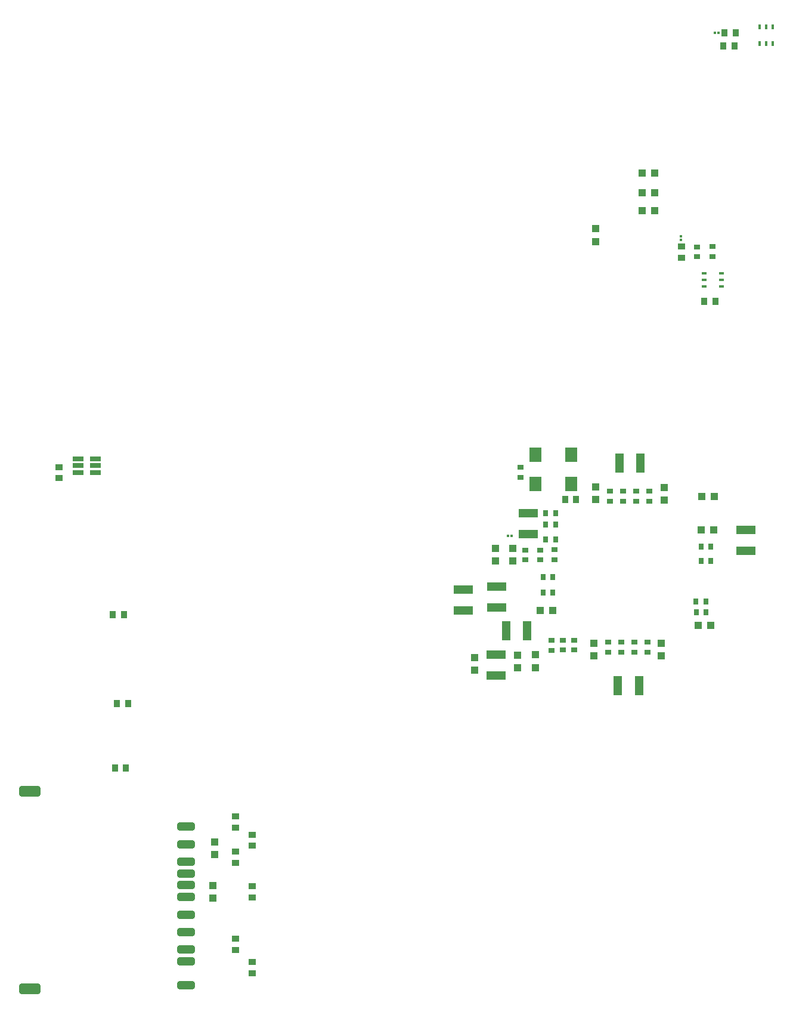
<source format=gbp>
G04 Layer_Color=128*
%FSLAX44Y44*%
%MOMM*%
G71*
G01*
G75*
%ADD12R,1.1000X1.1000*%
%ADD17R,1.0000X0.9000*%
%ADD19R,0.9000X0.7000*%
%ADD20R,0.9000X1.0000*%
%ADD26R,1.1000X1.1000*%
%ADD33R,0.7000X0.9000*%
%ADD36R,0.7000X0.4500*%
%ADD37R,0.3000X0.3000*%
%ADD38R,1.8000X2.0000*%
%ADD78R,1.1500X2.7000*%
%ADD79R,2.7000X1.1500*%
%ADD80R,0.3000X0.3000*%
%ADD81R,0.4500X0.7000*%
G04:AMPARAMS|DCode=82|XSize=1.524mm|YSize=3.048mm|CornerRadius=0.381mm|HoleSize=0mm|Usage=FLASHONLY|Rotation=270.000|XOffset=0mm|YOffset=0mm|HoleType=Round|Shape=RoundedRectangle|*
%AMROUNDEDRECTD82*
21,1,1.5240,2.2860,0,0,270.0*
21,1,0.7620,3.0480,0,0,270.0*
1,1,0.7620,-1.1430,-0.3810*
1,1,0.7620,-1.1430,0.3810*
1,1,0.7620,1.1430,0.3810*
1,1,0.7620,1.1430,-0.3810*
%
%ADD82ROUNDEDRECTD82*%
G04:AMPARAMS|DCode=83|XSize=1.16mm|YSize=2.5mm|CornerRadius=0.29mm|HoleSize=0mm|Usage=FLASHONLY|Rotation=270.000|XOffset=0mm|YOffset=0mm|HoleType=Round|Shape=RoundedRectangle|*
%AMROUNDEDRECTD83*
21,1,1.1600,1.9200,0,0,270.0*
21,1,0.5800,2.5000,0,0,270.0*
1,1,0.5800,-0.9600,-0.2900*
1,1,0.5800,-0.9600,0.2900*
1,1,0.5800,0.9600,0.2900*
1,1,0.5800,0.9600,-0.2900*
%
%ADD83ROUNDEDRECTD83*%
%ADD84R,1.6000X0.6500*%
D12*
X800750Y489250D02*
D03*
Y471250D02*
D03*
X775500Y489000D02*
D03*
Y471000D02*
D03*
X345750Y206000D02*
D03*
Y224000D02*
D03*
X343250Y143750D02*
D03*
Y161750D02*
D03*
X886250Y1093750D02*
D03*
Y1075750D02*
D03*
X886250Y709250D02*
D03*
Y727250D02*
D03*
X983750Y708750D02*
D03*
Y726750D02*
D03*
X744250Y640500D02*
D03*
Y622500D02*
D03*
X769000Y640500D02*
D03*
Y622500D02*
D03*
X884000Y505500D02*
D03*
Y487500D02*
D03*
X979250Y505500D02*
D03*
Y487500D02*
D03*
X714750Y485250D02*
D03*
Y467250D02*
D03*
D17*
X1008750Y1052250D02*
D03*
Y1068250D02*
D03*
X398500Y144750D02*
D03*
Y160750D02*
D03*
X375250Y70750D02*
D03*
Y86750D02*
D03*
X398500Y53750D02*
D03*
Y37750D02*
D03*
X375249Y193750D02*
D03*
Y209750D02*
D03*
X398500Y218250D02*
D03*
Y234250D02*
D03*
X375250Y244250D02*
D03*
Y260250D02*
D03*
X124750Y755750D02*
D03*
Y739750D02*
D03*
D19*
X856000Y510000D02*
D03*
Y496000D02*
D03*
X840000Y510000D02*
D03*
Y496000D02*
D03*
X824000Y509750D02*
D03*
Y495750D02*
D03*
X1052750Y1054500D02*
D03*
Y1068500D02*
D03*
X1030750Y1054000D02*
D03*
Y1068000D02*
D03*
X906750Y707500D02*
D03*
Y721500D02*
D03*
X925417Y707500D02*
D03*
Y721500D02*
D03*
X944083Y707500D02*
D03*
Y721500D02*
D03*
X962750Y707500D02*
D03*
Y721500D02*
D03*
X786500Y637750D02*
D03*
Y623750D02*
D03*
X808000Y638000D02*
D03*
Y624000D02*
D03*
X828500Y638250D02*
D03*
Y624250D02*
D03*
X904250Y507250D02*
D03*
Y493250D02*
D03*
X922916Y507250D02*
D03*
Y493250D02*
D03*
X941583Y507250D02*
D03*
Y493250D02*
D03*
X960250Y507250D02*
D03*
Y493250D02*
D03*
X780000Y741250D02*
D03*
Y755250D02*
D03*
D20*
X1057000Y990500D02*
D03*
X1041000D02*
D03*
X1084000Y1353000D02*
D03*
X1068000D02*
D03*
X1085750Y1371750D02*
D03*
X1069750D02*
D03*
X859000Y709500D02*
D03*
X843000D02*
D03*
X219750Y329000D02*
D03*
X203750D02*
D03*
X222750Y419750D02*
D03*
X206750D02*
D03*
X216750Y546500D02*
D03*
X200750D02*
D03*
D26*
X952750Y1172750D02*
D03*
X970750D02*
D03*
X970750Y1145250D02*
D03*
X952750D02*
D03*
X952750Y1119750D02*
D03*
X970750D02*
D03*
X1055000Y713750D02*
D03*
X1037000D02*
D03*
X825500Y552250D02*
D03*
X807500D02*
D03*
X1036250Y666500D02*
D03*
X1054250D02*
D03*
X1032000Y531250D02*
D03*
X1050000D02*
D03*
D33*
X829500Y690500D02*
D03*
X815500D02*
D03*
X829500Y673750D02*
D03*
X815500D02*
D03*
X826000Y599750D02*
D03*
X812000D02*
D03*
X825750Y577500D02*
D03*
X811750D02*
D03*
X1036250Y622750D02*
D03*
X1050250D02*
D03*
X1036000Y642750D02*
D03*
X1050000D02*
D03*
X1029000Y564750D02*
D03*
X1043000D02*
D03*
X1029250Y549250D02*
D03*
X1043250D02*
D03*
X829500Y653250D02*
D03*
X815500D02*
D03*
D36*
X1041000Y1011750D02*
D03*
Y1021250D02*
D03*
Y1030750D02*
D03*
X1065000D02*
D03*
Y1021250D02*
D03*
Y1011750D02*
D03*
D37*
X1060750Y1371750D02*
D03*
X1055500D02*
D03*
X767250Y657750D02*
D03*
X762000D02*
D03*
D38*
X801250Y773500D02*
D03*
X852050D02*
D03*
Y731500D02*
D03*
X801250D02*
D03*
D78*
X759250Y523000D02*
D03*
X789250D02*
D03*
X920250Y761500D02*
D03*
X950250D02*
D03*
X918000Y445500D02*
D03*
X948000D02*
D03*
D79*
X744750Y489750D02*
D03*
Y459750D02*
D03*
X698500Y582000D02*
D03*
Y552000D02*
D03*
X745750Y556000D02*
D03*
Y586000D02*
D03*
X1099500Y666750D02*
D03*
Y636750D02*
D03*
X791000Y660500D02*
D03*
Y690500D02*
D03*
D80*
X1007500Y1078000D02*
D03*
Y1083250D02*
D03*
D81*
X1119000Y1380250D02*
D03*
X1128500D02*
D03*
X1138000D02*
D03*
Y1356250D02*
D03*
X1128500D02*
D03*
X1119000D02*
D03*
D82*
X83250Y15750D02*
D03*
Y295750D02*
D03*
D83*
X305250Y120450D02*
D03*
Y54250D02*
D03*
Y71250D02*
D03*
Y95450D02*
D03*
Y245550D02*
D03*
Y145450D02*
D03*
Y162550D02*
D03*
Y220550D02*
D03*
Y195550D02*
D03*
Y20750D02*
D03*
Y179050D02*
D03*
D84*
X151500Y767000D02*
D03*
Y757500D02*
D03*
Y748001D02*
D03*
X176500D02*
D03*
Y757500D02*
D03*
Y767000D02*
D03*
M02*

</source>
